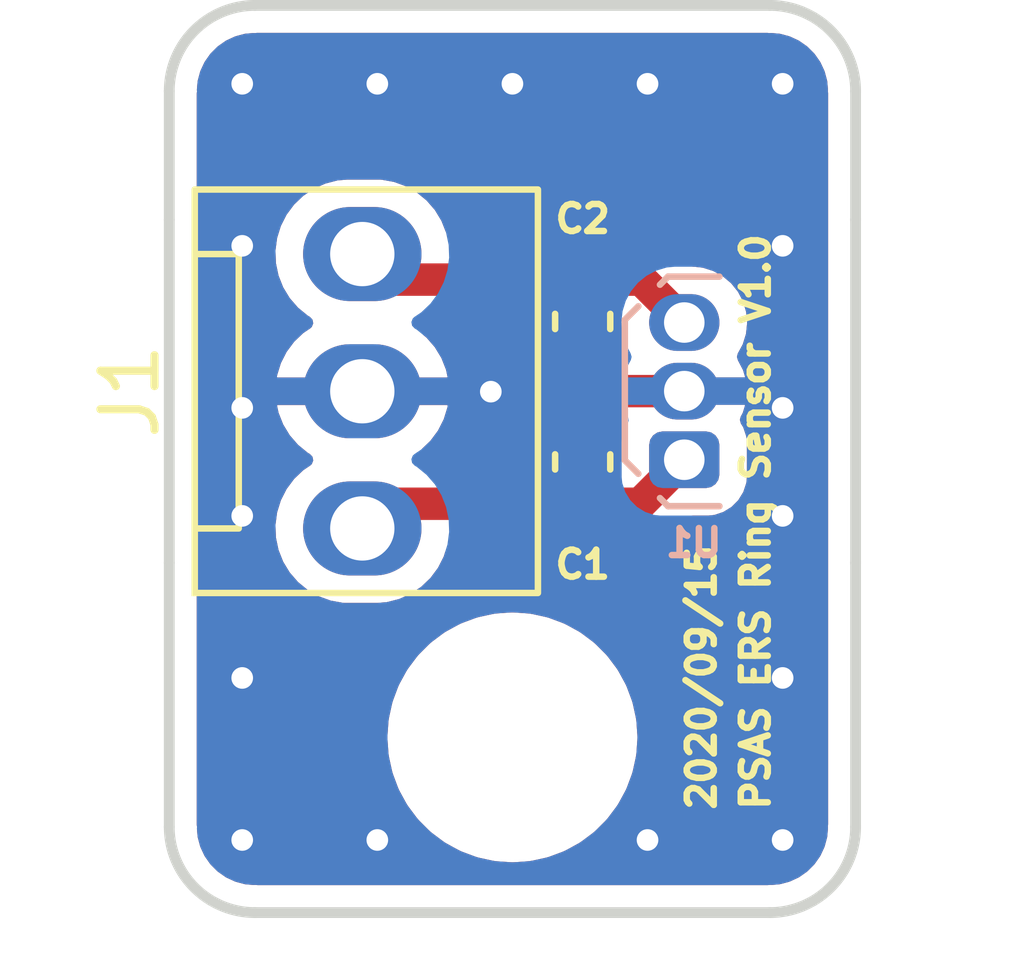
<source format=kicad_pcb>
(kicad_pcb (version 20211014) (generator pcbnew)
  (layers (0 "F.Cu" signal) (31 "B.Cu" signal) (34 "B.Paste" user) (35 "F.Paste" user) (36 "B.SilkS" user "B.Silkscreen") (37 "F.SilkS" user "F.Silkscreen") (38 "B.Mask" user) (39 "F.Mask" user) (44 "Edge.Cuts" user))
  (net 0 "")
  (net 1 "Net-(C1-Pad1)")
  (net 2 "GND")
  (net 3 "Net-(C2-Pad1)")
  (footprint "Capacitor_SMD:C_0603_1608Metric" (layer "F.Cu") (at 156.3 101.5 90)
    (fp_text reference "C1" (at -1.9 0 180) (layer "F.SilkS") (effects (font (size 0.5 0.5) (thickness 0.12))))
    (fp_text value "100n")
    (fp_line (start -0.14058 0.51) (end 0.14058 0.51) (layer "F.SilkS") (width 0.12))
    (fp_line (start -0.14058 -0.51) (end 0.14058 -0.51) (layer "F.SilkS") (width 0.12))
    (pad "1" smd roundrect (at -0.775 0 90) (size 0.9 0.95) (layers "F.Cu" "F.Paste" "F.Mask") (net 1 "Net-(C1-Pad1)"))
    (pad "2" smd roundrect (at 0.775 0 90) (size 0.9 0.95) (layers "F.Cu" "F.Paste" "F.Mask") (net 2 "GND"))
  )
  (footprint "Capacitor_SMD:C_0603_1608Metric" (layer "F.Cu") (at 156.3 98.9 -90)
    (fp_text reference "C2" (at -1.9 0 180) (layer "F.SilkS") (effects (font (size 0.5 0.5) (thickness 0.12))))
    (fp_text value "NP")
    (fp_line (start -0.14058 -0.51) (end 0.14058 -0.51) (layer "F.SilkS") (width 0.12))
    (fp_line (start -0.14058 0.51) (end 0.14058 0.51) (layer "F.SilkS") (width 0.12))
    (pad "1" smd roundrect (at -0.775 0 270) (size 0.9 0.95) (layers "F.Cu" "F.Paste" "F.Mask") (net 3 "Net-(C2-Pad1)"))
    (pad "2" smd roundrect (at 0.775 0 270) (size 0.9 0.95) (layers "F.Cu" "F.Paste" "F.Mask") (net 2 "GND"))
  )
  (footprint "psas-footprints:U-TI-22-23-2031" (layer "F.Cu") (at 152.221875 100.1923 90)
    (fp_text reference "J1" (at 0 -4.3 90 unlocked) (layer "F.SilkS"))
    (fp_text value "22-23-2031")
    (fp_rect (start -3.735 -3.1) (end 3.735 3.25) (layer "F.SilkS") (width 0.12) (fill none))
    (fp_rect (start -2.54 -3.1) (end 2.54 -2.286) (layer "F.SilkS") (width 0.12) (fill none))
    (pad "1" thru_hole oval (at -2.54 0 90) (size 1.74 2.19) (drill 1.19) (layers *.Cu *.Mask) (net 1 "Net-(C1-Pad1)"))
    (pad "2" thru_hole oval (at 0 0 90) (size 1.74 2.19) (drill 1.19) (layers *.Cu *.Mask) (net 2 "GND"))
    (pad "3" thru_hole oval (at 2.54 0 90) (size 1.74 2.19) (drill 1.19) (layers *.Cu *.Mask) (net 3 "Net-(C2-Pad1)"))
  )
  (footprint "MountingHole:MountingHole_2.2mm_M2" (layer "F.Cu") (at 155 106.6058)
    (fp_text reference "REF**" hide)
    (fp_text value "MountingHole_2.2mm_M2")
    (pad "" np_thru_hole circle (at 0 0) (size 2.2 2.2) (drill 2.2) (layers *.Cu *.Mask))
  )
  (footprint "Package_TO_SOT_THT:TO-92Flat" (layer "B.Cu") (at 158.18 101.46 90)
    (fp_text reference "U1" (at -1.54 0.175 180) (layer "B.SilkS") (effects (font (size 0.5 0.5) (thickness 0.12)) (justify mirror)))
    (fp_text value "DRV5056-Q1")
    (fp_line (start 3.39 0.65) (end 3.39 -0.3) (layer "B.SilkS") (width 0.12))
    (fp_line (start 3.24 -0.45) (end 3.39 -0.3) (layer "B.SilkS") (width 0.12))
    (fp_line (start -0.01 -1.1) (end -0.26 -0.85) (layer "B.SilkS") (width 0.12))
    (fp_line (start -0.01 -1.1) (end 2.59 -1.1) (layer "B.SilkS") (width 0.12))
    (fp_line (start -0.86 -0.3) (end -0.86 0.65) (layer "B.SilkS") (width 0.12))
    (fp_line (start -0.71 -0.45) (end -0.86 -0.3) (layer "B.SilkS") (width 0.12))
    (fp_line (start 2.59 -1.1) (end 2.84 -0.85) (layer "B.SilkS") (width 0.12))
    (pad "1" thru_hole roundrect (at 0 0 90) (size 1.05 1.3) (drill 0.75) (layers *.Cu *.Mask) (roundrect_rratio 0.238) (net 1 "Net-(C1-Pad1)"))
    (pad "2" thru_hole oval (at 1.27 0 90) (size 1.05 1.3) (drill 0.75) (layers *.Cu *.Mask) (net 2 "GND"))
    (pad "3" thru_hole oval (at 2.54 0 90) (size 1.05 1.3) (drill 0.75) (layers *.Cu *.Mask) (net 3 "Net-(C2-Pad1)"))
  )
  (gr_line locked (start 150.2375 93.04855) (end 159.7625 93.04855) (layer "Edge.Cuts") (width 0.2))
  (gr_line locked (start 161.35 108.2568) (end 161.35 103.3673) (layer "Edge.Cuts") (width 0.2))
  (gr_arc locked (start 150.2375 109.8443) (mid 149.114968 109.379332) (end 148.65 108.2568) (layer "Edge.Cuts") (width 0.2))
  (gr_line locked (start 148.65 103.3673) (end 148.65 97.0173) (layer "Edge.Cuts") (width 0.2))
  (gr_arc locked (start 148.65 94.63605) (mid 149.114968 93.513518) (end 150.2375 93.04855) (layer "Edge.Cuts") (width 0.2))
  (gr_arc locked (start 161.35 108.2568) (mid 160.885032 109.379333) (end 159.7625 109.8443) (layer "Edge.Cuts") (width 0.2))
  (gr_line locked (start 148.65 97.0173) (end 148.65 94.63605) (layer "Edge.Cuts") (width 0.2))
  (gr_line locked (start 150.2375 109.8443) (end 159.7625 109.8443) (layer "Edge.Cuts") (width 0.2))
  (gr_line locked (start 161.35 97.0173) (end 161.35 94.63605) (layer "Edge.Cuts") (width 0.2))
  (gr_arc locked (start 159.7625 93.04855) (mid 160.885031 93.513519) (end 161.35 94.63605) (layer "Edge.Cuts") (width 0.2))
  (gr_line locked (start 148.65 108.2568) (end 148.65 103.3673) (layer "Edge.Cuts") (width 0.2))
  (gr_line locked (start 161.35 103.3673) (end 161.35 97.0173) (layer "Edge.Cuts") (width 0.2))
  (gr_text "PSAS ERS Ring Sensor V1.0" (at 159.5 108 90) (layer "F.SilkS") (effects (font (size 0.5 0.5) (thickness 0.12)) (justify left)))
  (gr_text "2020/09/15" (at 158.5 108 90) (layer "F.SilkS") (effects (font (size 0.5 0.5) (thickness 0.12)) (justify left)))
  (segment (start 157.365 102.275) (end 158.18 101.46) (width 0.6) (layer "F.Cu") (net 1))
  (segment (start 156.3 102.275) (end 152.679175 102.275) (width 0.6) (layer "F.Cu") (net 1))
  (segment (start 156.3 102.275) (end 157.365 102.275) (width 0.6) (layer "F.Cu") (net 1))
  (segment (start 152.679175 102.275) (end 152.221875 102.7323) (width 0.6) (layer "F.Cu") (net 1))
  (segment (start 158.18 100.19) (end 156.31 100.19) (width 0.6) (layer "F.Cu") (net 2))
  (segment (start 156.31 100.19) (end 156.3 100.2) (width 0.6) (layer "F.Cu") (net 2))
  (segment (start 156.3 100.2) (end 156.3 99.675) (width 0.6) (layer "F.Cu") (net 2))
  (via (at 160 102.5) (size 0.8) (drill 0.4) (layers "F.Cu" "B.Cu") (net 2))
  (via (at 155 94.5) (size 0.8) (drill 0.4) (layers "F.Cu" "B.Cu") (net 2))
  (via (at 160 94.5) (size 0.8) (drill 0.4) (layers "F.Cu" "B.Cu") (net 2))
  (via (at 150 97.5) (size 0.8) (drill 0.4) (layers "F.Cu" "B.Cu") (net 2))
  (via (at 154.6 100.2) (size 0.8) (drill 0.4) (layers "F.Cu" "B.Cu") (net 2))
  (via (at 157.5 94.5) (size 0.8) (drill 0.4) (layers "F.Cu" "B.Cu") (net 2))
  (via (at 150 94.5) (size 0.8) (drill 0.4) (layers "F.Cu" "B.Cu") (net 2))
  (via (at 160 108.5) (size 0.8) (drill 0.4) (layers "F.Cu" "B.Cu") (net 2))
  (via (at 160 105.5) (size 0.8) (drill 0.4) (layers "F.Cu" "B.Cu") (net 2))
  (via (at 160 97.5) (size 0.8) (drill 0.4) (layers "F.Cu" "B.Cu") (net 2))
  (via (at 157.5 108.5) (size 0.8) (drill 0.4) (layers "F.Cu" "B.Cu") (net 2))
  (via (at 150 102.5) (size 0.8) (drill 0.4) (layers "F.Cu" "B.Cu") (net 2))
  (via (at 160 100.5) (size 0.8) (drill 0.4) (layers "F.Cu" "B.Cu") (net 2))
  (via (at 150 108.5) (size 0.8) (drill 0.4) (layers "F.Cu" "B.Cu") (net 2))
  (via (at 150 100.5) (size 0.8) (drill 0.4) (layers "F.Cu" "B.Cu") (net 2))
  (via (at 152.5 108.5) (size 0.8) (drill 0.4) (layers "F.Cu" "B.Cu") (net 2))
  (via (at 152.5 94.5) (size 0.8) (drill 0.4) (layers "F.Cu" "B.Cu") (net 2))
  (via (at 150 105.5) (size 0.8) (drill 0.4) (layers "F.Cu" "B.Cu") (net 2))
  (segment (start 152.694575 98.125) (end 152.221875 97.6523) (width 0.6) (layer "F.Cu") (net 3))
  (segment (start 157.385 98.125) (end 158.18 98.92) (width 0.6) (layer "F.Cu") (net 3))
  (segment (start 156.3 98.125) (end 152.694575 98.125) (width 0.6) (layer "F.Cu") (net 3))
  (segment (start 156.3 98.125) (end 157.385 98.125) (width 0.6) (layer "F.Cu") (net 3))
  (zone (net 2) (net_name "GND") (layers F&B.Cu) (priority 1) (connect_pads (clearance 0.508)) (min_thickness 0.254) (fill yes (thermal_gap 0.508) (thermal_bridge_width 0.508))
    (polygon (pts (xy 161.5 110) (xy 148.5 110) (xy 148.5 93) (xy 161.5 93)))
  )
)
</source>
